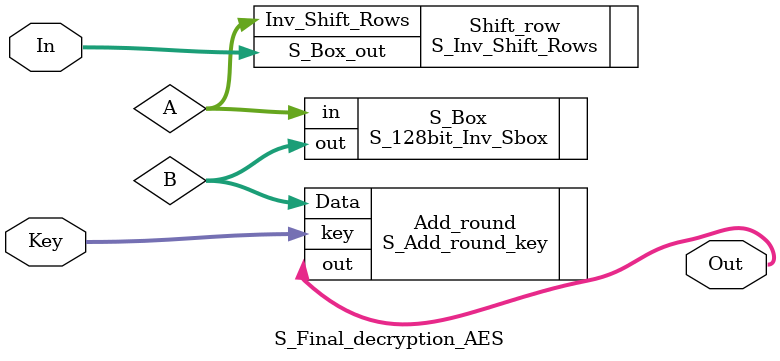
<source format=v>
module S_Final_decryption_AES(In,Key,Out);
  input [127:0]In,Key;
  output [127:0]Out;
wire [127:0]A,B;  

S_Inv_Shift_Rows Shift_row (
    .S_Box_out(In), 
    .Inv_Shift_Rows(A)
    );
  
  
 S_128bit_Inv_Sbox S_Box (
    .in(A), 
    .out(B)
    );
 
  
  S_Add_round_key Add_round (
    .Data(B), 
    .key(Key), 
    .out(Out)
    );
endmodule

</source>
